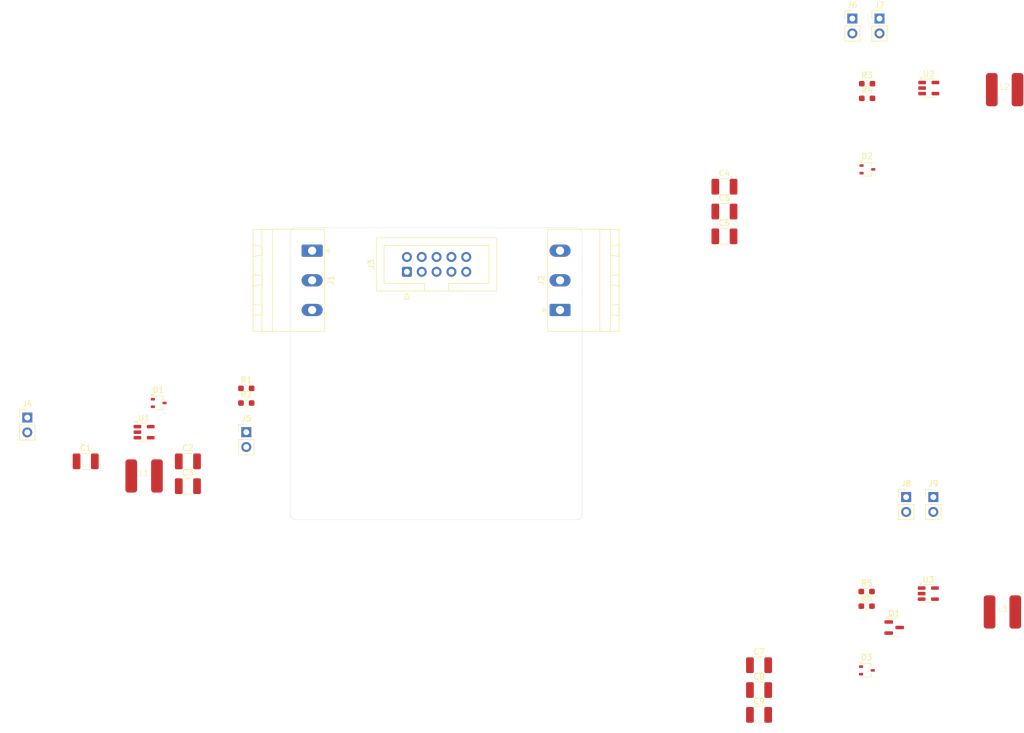
<source format=kicad_pcb>
(kicad_pcb
	(version 20240108)
	(generator "pcbnew")
	(generator_version "8.0")
	(general
		(thickness 1.6)
		(legacy_teardrops no)
	)
	(paper "A4")
	(layers
		(0 "F.Cu" signal)
		(1 "In1.Cu" signal)
		(2 "In2.Cu" signal)
		(31 "B.Cu" signal)
		(32 "B.Adhes" user "B.Adhesive")
		(33 "F.Adhes" user "F.Adhesive")
		(34 "B.Paste" user)
		(35 "F.Paste" user)
		(36 "B.SilkS" user "B.Silkscreen")
		(37 "F.SilkS" user "F.Silkscreen")
		(38 "B.Mask" user)
		(39 "F.Mask" user)
		(40 "Dwgs.User" user "User.Drawings")
		(41 "Cmts.User" user "User.Comments")
		(42 "Eco1.User" user "User.Eco1")
		(43 "Eco2.User" user "User.Eco2")
		(44 "Edge.Cuts" user)
		(45 "Margin" user)
		(46 "B.CrtYd" user "B.Courtyard")
		(47 "F.CrtYd" user "F.Courtyard")
		(48 "B.Fab" user)
		(49 "F.Fab" user)
		(50 "User.1" user)
		(51 "User.2" user)
		(52 "User.3" user)
		(53 "User.4" user)
		(54 "User.5" user)
		(55 "User.6" user)
		(56 "User.7" user)
		(57 "User.8" user)
		(58 "User.9" user)
	)
	(setup
		(stackup
			(layer "F.SilkS"
				(type "Top Silk Screen")
			)
			(layer "F.Paste"
				(type "Top Solder Paste")
			)
			(layer "F.Mask"
				(type "Top Solder Mask")
				(thickness 0.01)
			)
			(layer "F.Cu"
				(type "copper")
				(thickness 0.035)
			)
			(layer "dielectric 1"
				(type "prepreg")
				(thickness 0.1)
				(material "FR4")
				(epsilon_r 4.5)
				(loss_tangent 0.02)
			)
			(layer "In1.Cu"
				(type "copper")
				(thickness 0.035)
			)
			(layer "dielectric 2"
				(type "core")
				(thickness 1.24)
				(material "FR4")
				(epsilon_r 4.5)
				(loss_tangent 0.02)
			)
			(layer "In2.Cu"
				(type "copper")
				(thickness 0.035)
			)
			(layer "dielectric 3"
				(type "prepreg")
				(thickness 0.1)
				(material "FR4")
				(epsilon_r 4.5)
				(loss_tangent 0.02)
			)
			(layer "B.Cu"
				(type "copper")
				(thickness 0.035)
			)
			(layer "B.Mask"
				(type "Bottom Solder Mask")
				(thickness 0.01)
			)
			(layer "B.Paste"
				(type "Bottom Solder Paste")
			)
			(layer "B.SilkS"
				(type "Bottom Silk Screen")
			)
			(copper_finish "None")
			(dielectric_constraints no)
		)
		(pad_to_mask_clearance 0.05)
		(solder_mask_min_width 0.1)
		(allow_soldermask_bridges_in_footprints no)
		(grid_origin 75 100)
		(pcbplotparams
			(layerselection 0x00010fc_ffffffff)
			(plot_on_all_layers_selection 0x0000000_00000000)
			(disableapertmacros no)
			(usegerberextensions no)
			(usegerberattributes yes)
			(usegerberadvancedattributes yes)
			(creategerberjobfile yes)
			(dashed_line_dash_ratio 12.000000)
			(dashed_line_gap_ratio 3.000000)
			(svgprecision 4)
			(plotframeref no)
			(viasonmask yes)
			(mode 1)
			(useauxorigin no)
			(hpglpennumber 1)
			(hpglpenspeed 20)
			(hpglpendiameter 15.000000)
			(pdf_front_fp_property_popups yes)
			(pdf_back_fp_property_popups yes)
			(dxfpolygonmode yes)
			(dxfimperialunits yes)
			(dxfusepcbnewfont yes)
			(psnegative no)
			(psa4output no)
			(plotreference yes)
			(plotvalue yes)
			(plotfptext yes)
			(plotinvisibletext no)
			(sketchpadsonfab no)
			(subtractmaskfromsilk no)
			(outputformat 1)
			(mirror no)
			(drillshape 1)
			(scaleselection 1)
			(outputdirectory "")
		)
	)
	(net 0 "")
	(net 1 "Net-(J4-Pin_2)")
	(net 2 "GND")
	(net 3 "Net-(D1-K)")
	(net 4 "Net-(J6-Pin_2)")
	(net 5 "Net-(J7-Pin_1)")
	(net 6 "Net-(J8-Pin_2)")
	(net 7 "Net-(J9-Pin_1)")
	(net 8 "Net-(D1-A)")
	(net 9 "unconnected-(D1-NC-Pad2)")
	(net 10 "Net-(D2-A)")
	(net 11 "unconnected-(D2-NC-Pad2)")
	(net 12 "Net-(D3-A)")
	(net 13 "unconnected-(D3-NC-Pad2)")
	(net 14 "/V-in")
	(net 15 "/V+in")
	(net 16 "Net-(J2-Pin_1)")
	(net 17 "Net-(J2-Pin_3)")
	(net 18 "Net-(Q1-C)")
	(net 19 "Net-(Q1-E)")
	(net 20 "Net-(U1-FB)")
	(net 21 "Net-(U2-FB)")
	(footprint "byp-lib:BWVS00606045" (layer "F.Cu") (at 50 92.5))
	(footprint "Capacitor_SMD:C_1210_3225Metric_Pad1.33x2.70mm_HandSolder" (layer "F.Cu") (at 57.5 94.25))
	(footprint "Resistor_SMD:R_0603_1608Metric_Pad0.98x0.95mm_HandSolder" (layer "F.Cu") (at 173.8 27.84))
	(footprint "Resistor_SMD:R_0603_1608Metric_Pad0.98x0.95mm_HandSolder" (layer "F.Cu") (at 173.8 25.33))
	(footprint "Connector_PinHeader_2.54mm:PinHeader_1x02_P2.54mm_Vertical" (layer "F.Cu") (at 171.27 14.18))
	(footprint "Connector_PinHeader_2.54mm:PinHeader_1x02_P2.54mm_Vertical" (layer "F.Cu") (at 67.5 85))
	(footprint "byp-lib:BWVS00606045" (layer "F.Cu") (at 196.9675 115.79))
	(footprint "Package_TO_SOT_SMD:SOT-23-5" (layer "F.Cu") (at 50 85))
	(footprint "Connector_PinHeader_2.54mm:PinHeader_1x02_P2.54mm_Vertical" (layer "F.Cu") (at 30 82.5))
	(footprint "Resistor_SMD:R_0603_1608Metric_Pad0.98x0.95mm_HandSolder" (layer "F.Cu") (at 67.5 80.01))
	(footprint "Package_TO_SOT_SMD:SOT-323_SC-70" (layer "F.Cu") (at 52.5 80))
	(footprint "Capacitor_SMD:C_1210_3225Metric_Pad1.33x2.70mm_HandSolder" (layer "F.Cu") (at 149.37 51.47))
	(footprint "Capacitor_SMD:C_1210_3225Metric_Pad1.33x2.70mm_HandSolder" (layer "F.Cu") (at 57.5 90))
	(footprint "Capacitor_SMD:C_1210_3225Metric_Pad1.33x2.70mm_HandSolder" (layer "F.Cu") (at 40 90))
	(footprint "Resistor_SMD:R_0603_1608Metric_Pad0.98x0.95mm_HandSolder" (layer "F.Cu") (at 173.7175 112.285))
	(footprint "Connector_Phoenix_MSTB:PhoenixContact_MSTBA_2,5_3-G-5,08_1x03_P5.08mm_Horizontal" (layer "F.Cu") (at 78.7775 53.92 -90))
	(footprint "Connector_IDC:IDC-Header_2x05_P2.54mm_Vertical" (layer "F.Cu") (at 95 57.54 90))
	(footprint "Resistor_SMD:R_0603_1608Metric_Pad0.98x0.95mm_HandSolder" (layer "F.Cu") (at 173.7175 114.795))
	(footprint "byp-lib:BWVS00606045" (layer "F.Cu") (at 197.35 26.355))
	(footprint "Package_TO_SOT_SMD:SOT-323_SC-70" (layer "F.Cu") (at 173.85 40))
	(footprint "Capacitor_SMD:C_1210_3225Metric_Pad1.33x2.70mm_HandSolder" (layer "F.Cu") (at 155.2975 133.405))
	(footprint "Connector_PinHeader_2.54mm:PinHeader_1x02_P2.54mm_Vertical" (layer "F.Cu") (at 185.1375 96.115))
	(footprint "Connector_PinHeader_2.54mm:PinHeader_1x02_P2.54mm_Vertical" (layer "F.Cu") (at 175.92 14.18))
	(footprint "Capacitor_SMD:C_1210_3225Metric_Pad1.33x2.70mm_HandSolder" (layer "F.Cu") (at 149.37 47.22))
	(footprint "Capacitor_SMD:C_1210_3225Metric_Pad1.33x2.70mm_HandSolder" (layer "F.Cu") (at 155.2975 124.905))
	(footprint "Package_TO_SOT_SMD:SOT-23-5" (layer "F.Cu") (at 184.2775 112.64))
	(footprint "Resistor_SMD:R_0603_1608Metric_Pad0.98x0.95mm_HandSolder" (layer "F.Cu") (at 67.5 77.5))
	(footprint "Capacitor_SMD:C_1210_3225Metric_Pad1.33x2.70mm_HandSolder" (layer "F.Cu") (at 155.2975 129.155))
	(footprint "Connector_PinHeader_2.54mm:PinHeader_1x02_P2.54mm_Vertical" (layer "F.Cu") (at 180.4875 96.115))
	(footprint "Package_TO_SOT_SMD:SOT-323_SC-70" (layer "F.Cu") (at 173.7675 125.79))
	(footprint "Connector_Phoenix_MSTB:PhoenixContact_MSTBA_2,5_3-G-5,08_1x03_P5.08mm_Horizontal" (layer "F.Cu") (at 121.2225 64.08 90))
	(footprint "Package_TO_SOT_SMD:SOT-23-5" (layer "F.Cu") (at 184.36 26.08))
	(footprint "Package_TO_SOT_SMD:SOT-23" (layer "F.Cu") (at 178.4375 118.45))
	(footprint "Capacitor_SMD:C_1210_3225Metric_Pad1.33x2.70mm_HandSolder" (layer "F.Cu") (at 149.37 42.97))
	(gr_line
		(start 76 50)
		(end 124 50)
		(locked yes)
		(stroke
			(width 0.05)
			(type default)
		)
		(layer "Edge.Cuts")
		(uuid "27b510a8-5a35-4780-8bc6-0b8039ab2269")
	)
	(gr_arc
		(start 76 100)
		(mid 75.292893 99.707107)
		(end 75 99)
		(locked yes)
		(stroke
			(width 0.05)
			(type default)
		)
		(layer "Edge.Cuts")
		(uuid "2926550a-ab36-46a6-bddb-5e59f77f1bf1")
	)
	(gr_arc
		(start 75 51)
		(mid 75.292893 50.292893)
		(end 76 50)
		(locked yes)
		(stroke
			(width 0.05)
			(type default)
		)
		(layer "Edge.Cuts")
		(uuid "5b5dcc8f-3819-4e93-87d8-14422b7cf966")
	)
	(gr_arc
		(start 125 99)
		(mid 124.707107 99.707107)
		(end 124 100)
		(locked yes)
		(stroke
			(width 0.05)
			(type default)
		)
		(layer "Edge.Cuts")
		(uuid "60652fe9-3ec5-4681-b5d4-9d936a8aba08")
	)
	(gr_line
		(start 124 100)
		(end 76 100)
		(locked yes)
		(stroke
			(width 0.05)
			(type default)
		)
		(layer "Edge.Cuts")
		(uuid "6f83613d-5d6b-42d5-a90c-c233a12c673f")
	)
	(gr_line
		(start 125 51)
		(end 125 99)
		(locked yes)
		(stroke
			(width 0.05)
			(type default)
		)
		(layer "Edge.Cuts")
		(uuid "9082957f-ff40-415d-ba12-b4a99302cab9")
	)
	(gr_arc
		(start 124 50)
		(mid 124.707107 50.292893)
		(end 125 51)
		(locked yes)
		(stroke
			(width 0.05)
			(type default)
		)
		(layer "Edge.Cuts")
		(uuid "a77b9d8a-1c74-4184-b386-c1f84ffeaadd")
	)
	(gr_line
		(start 75 99)
		(end 75 51)
		(locked yes)
		(stroke
			(width 0.05)
			(type default)
		)
		(layer "Edge.Cuts")
		(uuid "afb774ac-91d4-4857-aba4-924b0fe488f6")
	)
	(dimension
		(type aligned)
		(layer "User.1")
		(uuid "5e510d19-2a38-4c76-876d-d8602ff733f6")
		(pts
			(xy 76 50) (xy 76 100)
		)
		(height 15.999999)
		(gr_text "50,0000 mm"
			(at 58.850001 75 90)
			(layer "User.1")
			(uuid "5e510d19-2a38-4c76-876d-d8602ff733f6")
			(effects
				(font
					(size 1 1)
					(thickness 0.15)
				)
			)
		)
		(format
			(prefix "")
			(suffix "")
			(units 3)
			(units_format 1)
			(precision 4)
		)
		(style
			(thickness 0.1)
			(arrow_length 1.27)
			(text_position_mode 0)
			(extension_height 0.58642)
			(extension_offset 0.5) keep_text_aligned)
	)
	(dimension
		(type aligned)
		(layer "User.1")
		(uuid "fbf8a477-3c67-4cc4-ac07-ed7cdf9404f7")
		(pts
			(xy 75 51) (xy 125 51)
		)
		(height -12)
		(gr_text "50,0000 mm"
			(at 100 37.85 0)
			(layer "User.1")
			(uuid "fbf8a477-3c67-4cc4-ac07-ed7cdf9404f7")
			(effects
				(font
					(size 1 1)
					(thickness 0.15)
				)
			)
		)
		(format
			(prefix "")
			(suffix "")
			(units 3)
			(units_format 1)
			(precision 4)
		)
		(style
			(thickness 0.1)
			(arrow_length 1.27)
			(text_position_mode 0)
			(extension_height 0.58642)
			(extension_offset 0.5) keep_text_aligned)
	)
	(zone
		(net 2)
		(net_name "GND")
		(locked yes)
		(layer "In1.Cu")
		(uuid "52416ccc-973f-4cbf-8165-dcbfab7d0a0d")
		(hatch edge 0.5)
		(connect_pads
			(clearance 0.15)
		)
		(min_thickness 0.15)
		(filled_areas_thickness no)
		(fill yes
			(thermal_gap 0.33)
			(thermal_bridge_width 0.5)
		)
		(polygon
			(pts
				(xy 74 49) (xy 126 49) (xy 126 101) (xy 74 101)
			)
		)
		(filled_polygon
			(layer "In1.Cu")
			(pts
				(xy 124.004126 50.500965) (xy 124.014292 50.50211) (xy 124.102873 50.512091) (xy 124.119013 50.515775)
				(xy 124.208852 50.547211) (xy 124.223781 50.5544) (xy 124.304372 50.605038) (xy 124.317328 50.61537)
				(xy 124.384629 50.682671) (xy 124.394961 50.695627) (xy 124.445599 50.776218) (xy 124.452788 50.791147)
				(xy 124.484222 50.88098) (xy 124.487909 50.897131) (xy 124.499035 50.995873) (xy 124.4995 51.004159)
				(xy 124.4995 98.99584) (xy 124.499035 99.004126) (xy 124.487909 99.102868) (xy 124.484221 99.119023)
				(xy 124.452788 99.208852) (xy 124.445599 99.223781) (xy 124.394961 99.304372) (xy 124.384629 99.317328)
				(xy 124.317328 99.384629) (xy 124.304372 99.394961) (xy 124.223781 99.445599) (xy 124.208852 99.452788)
				(xy 124.135258 99.478539) (xy 124.119021 99.484221) (xy 124.102868 99.487909) (xy 124.004127 99.499035)
				(xy 123.995841 99.4995) (xy 76.004159 99.4995) (xy 75.995873 99.499035) (xy 75.897131 99.487909)
				(xy 75.88098 99.484222) (xy 75.833867 99.467736) (xy 75.791147 99.452788) (xy 75.776218 99.445599)
				(xy 75.695627 99.394961) (xy 75.682671 99.384629) (xy 75.61537 99.317328) (xy 75.605038 99.304372)
				(xy 75.5544 99.223781) (xy 75.547211 99.208852) (xy 75.515775 99.119013) (xy 75.512091 99.102873)
				(xy 75.500965 99.004125) (xy 75.5005 98.99584) (xy 75.5005 64.177629) (xy 76.777 64.177629) (xy 76.807544 64.370481)
				(xy 76.807547 64.370494) (xy 76.867881 64.556184) (xy 76.867883 64.556188) (xy 76.950358 64.718053)
				(xy 76.956529 64.730164) (xy 77.071299 64.888132) (xy 77.209368 65.026201) (xy 77.209371 65.026203)
				(xy 77.209372 65.026204) (xy 77.287381 65.082881) (xy 77.367336 65.140971) (xy 77.535257 65.226531)
				(xy 77.541311 65.229616) (xy 77.541315 65.229618) (xy 77.727005 65.289952) (xy 77.727011 65.289953)
				(xy 77.727016 65.289955) (xy 77.855586 65.310318) (xy 77.91987 65.3205) (xy 77.919871 65.3205) (xy 79.63513 65.3205)
				(xy 79.683342 65.312863) (xy 79.827984 65.289955) (xy 79.827991 65.289952) (xy 79.827994 65.289952)
				(xy 80.013684 65.229618) (xy 80.013684 65.229617) (xy 80.013687 65.229617) (xy 80.187664 65.140971)
				(xy 80.345632 65.026201) (xy 80.447576 64.924257) (xy 119.222 64.924257) (xy 119.222001 64.92427)
				(xy 119.224853 64.9547) (xy 119.249871 65.026196) (xy 119.269707 65.082883) (xy 119.35035 65.19215)
				(xy 119.459617 65.272793) (xy 119.587794 65.317644) (xy 119.5878 65.317646) (xy 119.618233 65.3205)
				(xy 122.826766 65.320499) (xy 122.8572 65.317646) (xy 122.985383 65.272793) (xy 123.09465 65.19215)
				(xy 123.175293 65.082883) (xy 123.220146 64.9547) (xy 123.223 64.924267) (xy 123.222999 63.235734)
				(xy 123.220146 63.2053) (xy 123.175293 63.077117) (xy 123.09465 62.96785) (xy 122.985383 62.887207)
				(xy 122.985381 62.887206) (xy 122.857205 62.842355) (xy 122.857206 62.842355) (xy 122.857201 62.842354)
				(xy 122.8572 62.842354) (xy 122.826767 62.8395) (xy 122.82676 62.8395) (xy 119.618242 62.8395) (xy 119.618229 62.839501)
				(xy 119.587799 62.842353) (xy 119.459618 62.887206) (xy 119.35035 62.967849) (xy 119.350349 62.96785)
				(xy 119.269706 63.077118) (xy 119.224855 63.205294) (xy 119.224854 63.205298) (xy 119.224854 63.2053)
				(xy 119.222 63.235733) (xy 119.222 63.235734) (xy 119.222 63.235739) (xy 119.222 64.924257) (xy 80.447576 64.924257)
				(xy 80.483701 64.888132) (xy 80.598471 64.730164) (xy 80.687117 64.556187) (xy 80.747455 64.370484)
				(xy 80.778 64.177629) (xy 80.778 63.982371) (xy 80.747455 63.789516) (xy 80.747453 63.789511) (xy 80.747452 63.789505)
				(xy 80.687118 63.603815) (xy 80.687116 63.603811) (xy 80.684031 63.597757) (xy 80.598471 63.429836)
				(xy 80.483701 63.271868) (xy 80.345632 63.133799) (xy 80.345629 63.133796) (xy 80.345627 63.133795)
				(xy 80.187666 63.01903) (xy 80.18766 63.019027) (xy 80.013688 62.930383) (xy 80.013684 62.930381)
				(xy 79.827994 62.870047) (xy 79.827981 62.870044) (xy 79.63513 62.8395) (xy 79.635129 62.8395) (xy 77.919871 62.8395)
				(xy 77.91987 62.8395) (xy 77.727018 62.870044) (xy 77.727005 62.870047) (xy 77.541315 62.930381)
				(xy 77.541311 62.930383) (xy 77.367339 63.019027) (xy 77.367333 63.01903) (xy 77.209372 63.133795)
				(xy 77.071295 63.271872) (xy 76.95653 63.429833) (xy 76.956527 63.429839) (xy 76.867883 63.603811)
				(xy 76.867881 63.603815) (xy 76.807547 63.789505) (xy 76.807544 63.789518) (xy 76.777 63.98237)
				(xy 76.777 64.177629) (xy 75.5005 64.177629) (xy 75.5005 59.250001) (xy 76.670018 59.250001) (xy 76.681233 59.320806)
				(xy 76.681236 59.320819) (xy 76.747869 59.525894) (xy 76.747871 59.525898) (xy 76.845769 59.718032)
				(xy 76.845772 59.718038) (xy 76.972519 59.89249) (xy 76.972528 59.8925) (xy 77.125 60.044972) (xy 77.125009 60.04498)
				(xy 77.299461 60.171727) (xy 77.299467 60.17173) (xy 77.491601 60.269628) (xy 77.491605 60.26963)
				(xy 77.69668 60.336263) (xy 77.696693 60.336266) (xy 77.909678 60.37) (xy 78.5275 60.37) (xy 78.5275 59.65412)
				(xy 78.573318 59.673099) (xy 78.708556 59.7) (xy 78.846444 59.7) (xy 78.981682 59.673099) (xy 79.0275 59.65412)
				(xy 79.0275 60.37) (xy 79.645322 60.37) (xy 79.858306 60.336266) (xy 79.858319 60.336263) (xy 80.063394 60.26963)
				(xy 80.063398 60.269628) (xy 80.255532 60.17173) (xy 80.255538 60.171727) (xy 80.42999 60.04498)
				(xy 80.43 60.044972) (xy 80.582472 59.8925) (xy 80.58248 59.89249) (xy 80.709227 59.718038) (xy 80.70923 59.718032)
				(xy 80.807128 59.525898) (xy 80.80713 59.525894) (xy 80.873763 59.320819) (xy 80.873766 59.320806)
				(xy 80.884981 59.250001) (xy 119.115018 59.250001) (xy 119.126233 59.320806) (xy 119.126236 59.320819)
				(xy 119.192869 59.525894) (xy 119.192871 59.525898) (xy 119.290769 59.718032) (xy 119.290772 59.718038)
				(xy 119.417519 59.89249) (xy 119.417528 59.8925) (xy 119.57 60.044972) (xy 119.570009 60.04498)
				(xy 119.744461 60.171727) (xy 119.744467 60.17173) (xy 119.936601 60.269628) (xy 119.936605 60.26963)
				(xy 120.14168 60.336263) (xy 120.141693 60.336266) (xy 120.354678 60.37) (xy 120.9725 60.37) (xy 120.9725 59.65412)
				(xy 121.018318 59.673099) (xy 121.153556 59.7) (xy 121.291444 59.7) (xy 121.426682 59.673099) (xy 121.4725 59.65412)
				(xy 121.4725 60.37) (xy 122.090322 60.37) (xy 122.303306 60.336266) (xy 122.303319 60.336263) (xy 122.508394 60.26963)
				(xy 122.508398 60.269628) (xy 122.700532 60.17173) (xy 122.700538 60.171727) (xy 122.87499 60.04498)
				(xy 122.875 60.044972) (xy 123.027472 59.8925) (xy 123.02748 59.89249) (xy 123.154227 59.718038)
				(xy 123.15423 59.718032) (xy 123.252128 59.525898) (xy 123.25213 59.525894) (xy 123.318763 59.320819)
				(xy 123.318766 59.320806) (xy 123.329981 59.250001) (xy 123.32998 59.25) (xy 121.876621 59.25) (xy 121.895599 59.204182)
				(xy 121.9225 59.068944) (xy 121.9225 58.931056) (xy 121.895599 58.795818) (xy 121.876621 58.75)
				(xy 123.32998 58.75) (xy 123.329981 58.749998) (xy 123.318765 58.679187) (xy 123.318763 58.67918)
				(xy 123.25213 58.474105) (xy 123.252128 58.474101) (xy 123.15423 58.281967) (xy 123.154227 58.281961)
				(xy 123.02748 58.107509) (xy 123.027472 58.1075) (xy 122.875 57.955028) (xy 122.87499 57.955019)
				(xy 122.700538 57.828272) (xy 122.700532 57.828269) (xy 122.508398 57.730371) (xy 122.508394 57.730369)
				(xy 122.303319 57.663736) (xy 122.303306 57.663733) (xy 122.090322 57.63) (xy 121.4725 57.63) (xy 121.4725 58.345879)
				(xy 121.426682 58.326901) (xy 121.291444 58.3) (xy 121.153556 58.3) (xy 121.018318 58.326901) (xy 120.9725 58.345879)
				(xy 120.9725 57.63) (xy 120.354678 57.63) (xy 120.141693 57.663733) (xy 120.14168 57.663736) (xy 119.936605 57.730369)
				(xy 119.936601 57.730371) (xy 119.744467 57.828269) (xy 119.744461 57.828272) (xy 119.570009 57.955019)
				(xy 119.417519 58.107509) (xy 119.290772 58.281961) (xy 119.290769 58.281967) (xy 119.192871 58.474101)
				(xy 119.192869 58.474105) (xy 119.126236 58.67918) (xy 119.126235 58.679187) (xy 119.115018 58.749998)
				(xy 119.11502 58.75) (xy 120.568379 58.75) (xy 120.549401 58.795818) (xy 120.5225 58.931056) (xy 120.5225 59.068944)
				(xy 120.549401 59.204182) (xy 120.568379 59.25) (xy 119.11502 59.25) (xy 119.115018 59.250001) (xy 80.884981 59.250001)
				(xy 80.88498 59.25) (xy 79.431621 59.25) (xy 79.450599 59.204182) (xy 79.4775 59.068944) (xy 79.4775 58.931056)
				(xy 79.450599 58.795818) (xy 79.431621 58.75) (xy 80.88498 58.75) (xy 80.884981 58.749998) (xy 80.873765 58.679187)
				(xy 80.873763 58.67918) (xy 80.80713 58.474105) (xy 80.807128 58.474101) (xy 80.70923 58.281967)
				(xy 80.709227 58.281961) (xy 80.645513 58.194266) (xy 93.9495 58.194266) (xy 93.952354 58.224699)
				(xy 93.952354 58.224701) (xy 93.952355 58.224704) (xy 93.997206 58.352881) (xy 93.997207 58.352883)
				(xy 94.077846 58.462146) (xy 94.077853 58.462153) (xy 94.187116 58.542792) (xy 94.187118 58.542793)
				(xy 94.315295 58.587644) (xy 94.315301 58.587646) (xy 94.345734 58.5905) (xy 94.345741 58.5905)
				(xy 95.654258 58.5905) (xy 95.654266 58.5905) (xy 95.684699 58.587646) (xy 95.812882 58.542793)
				(xy 95.92215 58.46215) (xy 96.002793 58.352882) (xy 96.047646 58.224699) (xy 96.0505 58.194266)
				(xy 96.0505 57.540003) (xy 96.354945 57.540003) (xy 96.375121 57.757747) (xy 96.434967 57.968085)
				(xy 96.434969 57.96809) (xy 96.532445 58.163849) (xy 96.532447 58.163853) (xy 96.545417 58.181028)
				(xy 97.057037 57.669407) (xy 97.074075 57.732993) (xy 97.139901 57.847007) (xy 97.232993 57.940099)
				(xy 97.347007 58.005925) (xy 97.41059 58.022962) (xy 96.901199 58.532352) (xy 97.011771 58.600814)
				(xy 97.011781 58.600819) (xy 97.215691 58.679815) (xy 97.430653 58.719999) (xy 97.430657 58.72)
				(xy 97.649343 58.72) (xy 97.649346 58.719999) (xy 97.864308 58.679815) (xy 98.068218 58.600819)
				(xy 98.068228 58.600814) (xy 98.178798 58.532351) (xy 97.669409 58.022962) (xy 97.732993 58.005925)
				(xy 97.847007 57.940099) (xy 97.940099 57.847007) (xy 98.005925 57.732993) (xy 98.022962 57.669409)
				(xy 98.53458 58.181027) (xy 98.534581 58.181027) (xy 98.547555 58.163848) (xy 98.64503 57.96809)
				(xy 98.645032 57.968085) (xy 98.704878 57.757747) (xy 98.725055 57.540003) (xy 98.894945 57.540003)
				(xy 98.915121 57.757747) (xy 98.974967 57.968085) (xy 98.974969 57.96809) (xy 99.072445 58.163849)
				(xy 99.072447 58.163853) (xy 99.085417 58.181028) (xy 99.597037 57.669407) (xy 99.614075 57.732993)
				(xy 99.679901 57.847007) (xy 99.772993 57.940099) (xy 99.887007 58.005925) (xy 99.95059 58.022962)
				(xy 99.441199 58.532352) (xy 99.551771 58.600814) (xy 99.551781 58.600819) (xy 99.755691 58.679815)
				(xy 99.970653 58.719999) (xy 99.970657 58.72) (xy 100.189343 58.72) (xy 100.189346 58.719999) (xy 100.404308 58.679815)
				(xy 100.608218 58.600819) (xy 100.608228 58.600814) (xy 100.718798 58.532351) (xy 100.209409 58.022962)
				(xy 100.272993 58.005925) (xy 100.387007 57.940099) (xy 100.480099 57.847007) (xy 100.545925 57.732993)
				(xy 100.562962 57.669409) (xy 101.07458 58.181027) (xy 101.074581 58.181027) (xy 101.087555 58.163848)
				(xy 101.18503 57.96809) (xy 101.185032 57.968085) (xy 101.244878 57.757747) (xy 101.265055 57.540003)
				(xy 101.434945 57.540003) (xy 101.455121 57.757747) (xy 101.514967 57.968085) (xy 101.514969 57.96809)
				(xy 101.612445 58.163849) (xy 101.612447 58.163853) (xy 101.625417 58.181028) (xy 102.137037 57.669407)
				(xy 102.154075 57.732993) (xy 102.219901 57.847007) (xy 102.312993 57.940099) (xy 102.427007 58.005925)
				(xy 102.49059 58.022962) (xy 101.981199 58.532352) (xy 102.091771 58.600814) (xy 102.091781 58.600819)
				(xy 102.295691 58.679815) (xy 102.510653 58.719999) (xy 102.510657 58.72) (xy 102.729343 58.72)
				(xy 102.729346 58.719999) (xy 102.944308 58.679815) (xy 103.148218 58.600819) (xy 103.148228 58.600814)
				(xy 103.258798 58.532351) (xy 102.749409 58.022962) (xy 102.812993 58.005925) (xy 102.927007 57.940099)
				(xy 103.020099 57.847007) (xy 103.085925 57.732993) (xy 103.102962 57.669409) (xy 103.61458 58.181027)
				(xy 103.614581 58.181027) (xy 103.627555 58.163848) (xy 103.72503 57.96809) (xy 103.725032 57.968085)
				(xy 103.784878 57.757747) (xy 103.805055 57.540003) (xy 103.805055 57.54) (xy 104.104417 57.54)
				(xy 104.1247 57.745934) (xy 104.184768 57.943954) (xy 104.282315 58.12645) (xy 104.41359 58.28641)
				(xy 104.57355 58.417685) (xy 104.756046 58.515232) (xy 104.954066 58.5753) (xy 105.16 58.595583)
				(xy 105.365934 58.5753) (xy 105.563954 58.515232) (xy 105.74645 58.417685) (xy 105.90641 58.28641)
				(xy 106.037685 58.12645) (xy 106.135232 57.943954) (xy 106.1953 57.745934) (xy 106.215583 57.54)
				(xy 106.1953 57.334066) (xy 106.135232 57.136046) (xy 106.037685 56.95355) (xy 105.90641 56.79359)
				(xy 105.74645 56.662315) (xy 105.563954 56.564768) (xy 105.452158 56.530855) (xy 105.365935 56.5047)
				(xy 105.16 56.484417) (xy 104.954064 56.5047) (xy 104.756043 56.564769) (xy 104.573549 56.662315)
				(xy 104.41359 56.793589) (xy 104.413589 56.79359) (xy 104.282315 56.953549) (xy 104.184769 57.136043)
				(xy 104.1247 57.334064) (xy 104.1247 57.334066) (xy 104.104417 57.54) (xy 103.805055 57.54) (xy 103.805055 57.539996)
				(xy 103.784878 57.322252) (xy 103.725032 57.111914) (xy 103.72503 57.111909) (xy 103.627555 56.916151)
				(xy 103.61458 56.898971) (xy 103.102962 57.410589) (xy 103.085925 57.347007) (xy 103.020099 57.232993)
				(xy 102.927007 57.139901) (xy 102.812993 57.074075) (xy 102.749407 57.057037) (xy 103.258799 56.547646)
				(xy 103.148228 56.479185) (xy 103.148218 56.47918) (xy 102.944308 56.400184) (xy 102.729346 56.36)
				(xy 102.510653 56.36) (xy 102.295691 56.400184) (xy 102.091781 56.47918) (xy 102.091765 56.479187)
				(xy 101.981199 56.547646) (xy 102.49059 57.057037) (xy 102.427007 57.074075) (xy 102.312993 57.139901)
				(xy 102.219901 57.232993) (xy 102.154075 57.347007) (xy 102.137037 57.41059) (xy 101.625418 56.898971)
				(xy 101.612446 56.916148) (xy 101.612445 56.916151) (xy 101.514969 57.111909) (xy 101.514967 57.111914)
				(xy 101.455121 57.322252) (xy 101.434945 57.539996) (xy 101.434945 57.540003) (xy 101.265055 57.540003)
				(xy 101.265055 57.539996) (xy 101.244878 57.322252) (xy 101.185032 57.111914) (xy 101.18503 57.111909)
				(xy 101.087555 56.916151) (xy 101.07458 56.898971) (xy 100.562962 57.410589) (xy 100.545925 57.347007)
				(xy 100.480099 57.232993) (xy 100.387007 57.139901) (xy 100.272993 57.074075) (xy 100.209407 57.057037)
				(xy 100.718799 56.547646) (xy 100.608228 56.479185) (xy 100.608218 56.47918) (xy 100.404308 56.400184)
				(xy 100.189346 56.36) (xy 99.970653 56.36) (xy 99.755691 56.400184) (xy 99.551781 56.47918) (xy 99.551765 56.479187)
				(xy 99.441199 56.547646) (xy 99.95059 57.057037) (xy 99.887007 57.074075) (xy 99.772993 57.139901)
				(xy 99.679901 57.232993) (xy 99.614075 57.347007) (xy 99.597037 57.41059) (xy 99.085418 56.898971)
				(xy 99.072446 56.916148) (xy 99.072445 56.916151) (xy 98.974969 57.111909) (xy 98.974967 57.111914)
				(xy 98.915121 57.322252) (xy 98.894945 57.539996) (xy 98.894945 57.540003) (xy 98.725055 57.540003)
				(xy 98.725055 57.539996) (xy 98.704878 57.322252) (xy 98.645032 57.111914) (xy 98.64503 57.111909)
				(xy 98.547555 56.916151) (xy 98.53458 56.898971) (xy 98.022962 57.410589) (xy 98.005925 57.347007)
				(xy 97.940099 57.232993) (xy 97.847007 57.139901) (xy 97.732993 57.074075) (xy 97.669407 57.057037)
				(xy 98.178799 56.547646) (xy 98.068228 56.479185) (xy 98.068218 56.47918) (xy 97.864308 56.400184)
				(xy 97.649346 56.36) (xy 97.430653 56.36) (xy 97.215691 56.400184) (xy 97.011781 56.47918) (xy 97.011765 56.479187)
				(xy 96.901199 56.547646) (xy 97.41059 57.057037) (xy 97.347007 57.074075) (xy 97.232993 57.139901)
				(xy 97.139901 57.232993) (xy 97.074075 57.347007) (xy 97.057037 57.41059) (xy 96.545418 56.898971)
				(xy 96.532446 56.916148) (xy 96.532445 56.916151) (xy 96.434969 57.111909) (xy 96.434967 57.111914)
				(xy 96.375121 57.322252) (xy 96.354945 57.539996) (xy 96.354945 57.540003) (xy 96.0505 57.540003)
				(xy 96.0505 56.885734) (xy 96.047646 56.855301) (xy 96.026052 56.79359) (xy 96.002793 56.727118)
				(xy 96.002792 56.727116) (xy 95.922153 56.617853) (xy 95.922146 56.617846) (xy 95.812883 56.537207)
				(xy 95.812881 56.537206) (xy 95.684704 56.492355) (xy 95.684705 56.492355) (xy 95.6847 56.492354)
				(xy 95.684699 56.492354) (xy 95.654266 56.4895) (xy 94.345734 56.4895) (xy 94.315301 56.492354)
				(xy 94.315299 56.492354) (xy 94.315295 56.492355) (xy 94.187118 56.537206) (xy 94.187116 56.537207)
				(xy 94.077853 56.617846) (xy 94.077846 56.617853) (xy 93.997207 56.727116) (xy 93.997206 56.727118)
				(xy 93.952355 56.855295) (xy 93.952354 56.855299) (xy 93.952354 56.855301) (xy 93.9495 56.885734)
				(xy 93.9495 58.194266) (xy 80.645513 58.194266) (xy 80.58248 58.107509) (xy 80.582472 58.1075) (xy 80.43 57.955028)
				(xy 80.42999 57.955019) (xy 80.255538 57.828272) (xy 80.255532 57.828269) (xy 80.063398 57.730371)
				(xy 80.063394 57.730369) (xy 79.858319 57.663736) (xy 79.858306 57.663733) (xy 79.645322 57.63)
				(xy 79.0275 57.63) (xy 79.0275 58.345879) (xy 78.981682 58.326901) (xy 78.846444 58.3) (xy 78.708556 58.3)
				(xy 78.573318 58.326901) (xy 78.5275 58.345879) (xy 78.5275 57.63) (xy 77.909678 57.63) (xy 77.696693 57.663733)
				(xy 77.69668 57.663736) (xy 77.491605 57.730369) (xy 77.491601 57.730371) (xy 77.299467 57.828269)
				(xy 77.299461 57.828272) (xy 77.125009 57.955019) (xy 76.972519 58.107509) (xy 76.845772 58.281961)
				(xy 76.845769 58.281967) (xy 76.747871 58.474101) (xy 76.747869 58.474105) (xy 76.681236 58.67918)
				(xy 76.681235 58.679187) (xy 76.670018 58.749998) (xy 76.67002 58.75) (xy 78.123379 58.75) (xy 78.104401 58.795818)
				(xy 78.0775 58.931056) (xy 78.0775 59.068944) (xy 78.104401 59.204182) (xy 78.123379 59.25) (xy 76.67002 59.25)
				(xy 76.670018 59.250001) (xy 75.5005 59.250001) (xy 75.5005 54.764257) (xy 76.777 54.764257) (xy 76.777001 54.76427)
				(xy 76.779853 54.7947) (xy 76.804871 54.866196) (xy 76.824707 54.922883) (xy 76.90535 55.03215)
				(xy 77.014617 55.112793) (xy 77.142794 55.157644) (xy 77.1428 55.157646) (xy 77.173233 55.1605)
				(xy 80.381766 55.160499) (xy 80.4122 55.157646) (xy 80.540383 55.112793) (xy 80.64965 55.03215)
				(xy 80.673378 55) (xy 93.944417 55) (xy 93.9647 55.205934) (xy 94.024768 55.403954) (xy 94.122315 55.58645)
				(xy 94.25359 55.74641) (xy 94.41355 55.877685) (xy 94.596046 55.975232) (xy 94.794066 56.0353) (xy 95 56.055583)
				(xy 95.205934 56.0353) (xy 95.403954 55.975232) (xy 95.58645 55.877685) (xy 95.74641 55.74641) (xy 95.877685 55.58645)
				(xy 95.975232 55.403954) (xy 96.0353 55.205934) (xy 96.055583 55.000003) (xy 96.354945 55.000003)
				(xy 96.375121 55.217747) (xy 96.434967 55.428085) (xy 96.434969 55.42809) (xy 96.532445 55.623849)
				(xy 96.532447 55.623853) (xy 96.545417 55.641028) (xy 97.057037 55.129407) (xy 97.074075 55.192993)
				(xy 97.139901 55.307007) (xy 97.232993 55.400099) (xy 97.347007 55.465925) (xy 97.41059 55.482962)
				(xy 96.901199 55.992352) (xy 97.011771 56.060814) (xy 97.011781 56.060819) (xy 97.215691 56.139815)
				(xy 97.430653 56.179999) (xy 97.430657 56.18) (xy 97.649343 56.18) (xy 97.649346 56.179999) (xy 97.864308 56.139815)
				(xy 98.068218 56.060819) (xy 98.068228 56.060814) (xy 98.178798 55.992351) (xy 97.669409 55.482962)
				(xy 97.732993 55.465925) (xy 97.847007 55.400099) (xy 97.940099 55.307007) (xy 98.005925 55.192993)
				(xy 98.022962 55.129409) (xy 98.53458 55.641027) (xy 98.534581 55.641027) (xy 98.547555 55.623848)
				(xy 98.64503 55.42809) (xy 98.645032 55.428085) (xy 98.704878 55.217747) (xy 98.725055 55.000003)
				(xy 98.894945 55.000003) (xy 98.915121 55.217747) (xy 98.974967 55.428085) (xy 98.974969 55.42809)
				(xy 99.072445 55.623849) (xy 99.072447 55.623853) (xy 99.085417 55.641028) (xy 99.597037 55.129407)
				(xy 99.614075 55.192993) (xy 99.679901 55.307007) (xy 99.772993 55.400099) (xy 99.887007 55.465925)
				(xy 99.95059 55.482962) (xy 99.441199 55.992352) (xy 99.551771 56.060814) (xy 99.551781 56.060819)
				(xy 99.755691 56.139815) (xy 99.970653 56.179999) (xy 99.970657 56.18) (xy 100.189343 56.18) (xy 100.189346 56.179999)
				(xy 100.404308 56.139815) (xy 100.608218 56.060819) (xy 100.608228 56.060814) (xy 100.718798 55.992351)
				(xy 100.209409 55.482962) (xy 100.272993 55.465925) (xy 100.387007 55.400099) (xy 100.480099 55.307007)
		
... [9030 chars truncated]
</source>
